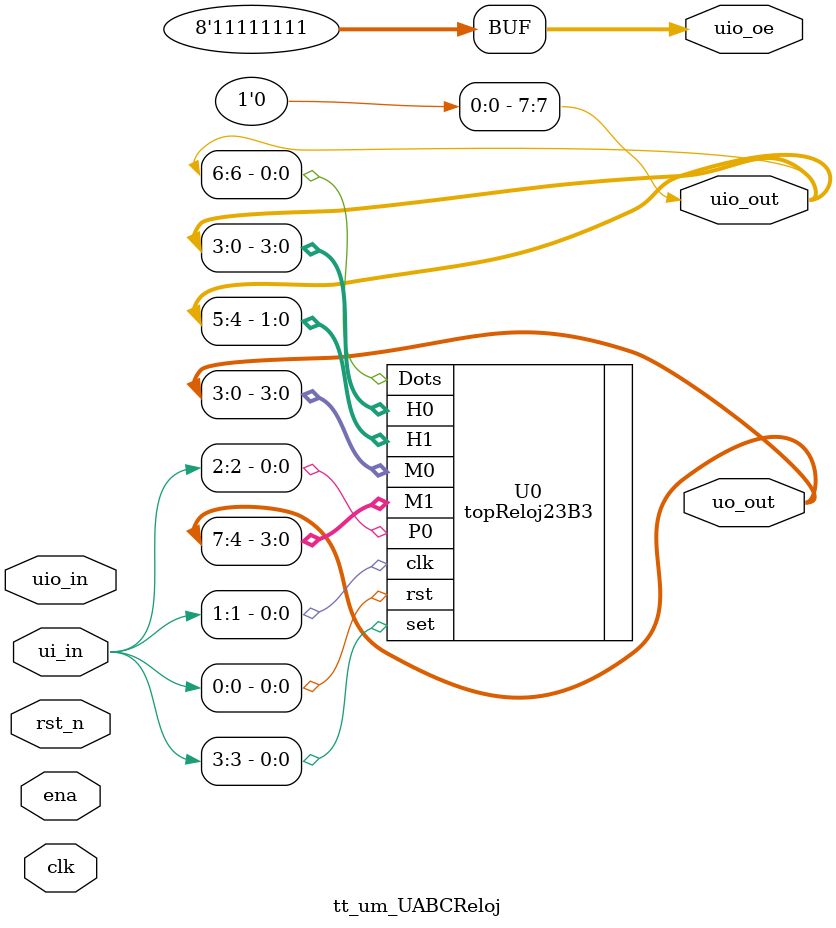
<source format=v>
/*
 * Copyright (c) 2024 Your Name
 * SPDX-License-Identifier: Apache-2.0
 */

`define default_netname none

module tt_um_UABCReloj (
    input  wire [7:0] ui_in,    // Dedicated inputs
    output wire [7:0] uo_out,   // Dedicated outputs
    input  wire [7:0] uio_in,   // IOs: Input path
    output wire [7:0] uio_out,  // IOs: Output path
    output wire [7:0] uio_oe,   // IOs: Enable path (active high: 0=input, 1=output)
    input  wire       ena,      // will go high when the design is enabled
    input  wire       clk,      // clock
    input  wire       rst_n     // reset_n - low to reset
);

  // All output pins must be assigned. If not used, assign to 0.
  //assign uo_out  = ui_in + uio_in;  // Example: ou_out is the sum of ui_in and uio_in
  //assign uio_out = 0;
  //assign uio_oe  = 0;
 
    topReloj23B3 U0(
        .rst(ui_in[0]),
        .clk(ui_in[1]),
        .P0(ui_in[2]),
        .set(ui_in[3]),
        .M0(uo_out[3:0]),
        .M1(uo_out[7:4]),
        .H0(uio_out[3:0]),
        .H1(uio_out[5:4]),
        .Dots(uio_out[6])
    );

    assign uio_oe[7:0]=8'b11111111;
    assign uio_out[7]=1'b0;
    
    
endmodule

</source>
